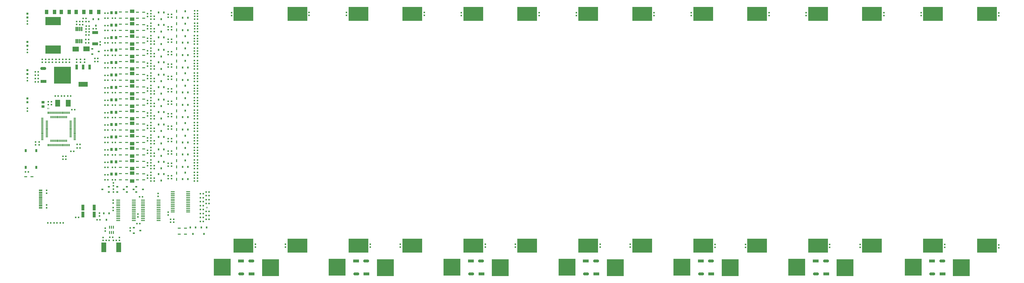
<source format=gtp>
G04*
G04 #@! TF.GenerationSoftware,Altium Limited,Altium Designer,18.1.7 (191)*
G04*
G04 Layer_Color=8421504*
%FSLAX44Y44*%
%MOMM*%
G71*
G01*
G75*
%ADD22R,0.6000X0.6000*%
%ADD23R,0.6000X0.6000*%
%ADD24R,0.4500X1.0000*%
%ADD25R,0.2000X0.6000*%
%ADD26R,1.2000X1.5000*%
%ADD27R,2.0000X1.1000*%
%ADD28R,0.5500X0.8000*%
%ADD29R,0.8000X0.5500*%
%ADD30R,5.4000X2.9000*%
%ADD31R,7.0000X5.0000*%
%ADD32R,1.5000X1.2000*%
%ADD33R,3.2000X1.7000*%
%ADD34R,0.9000X1.7000*%
%ADD35R,0.3500X1.0000*%
%ADD36R,0.3500X1.0000*%
%ADD37R,2.0000X1.0000*%
G04:AMPARAMS|DCode=38|XSize=2mm|YSize=1mm|CornerRadius=0mm|HoleSize=0mm|Usage=FLASHONLY|Rotation=180.000|XOffset=0mm|YOffset=0mm|HoleType=Round|Shape=Octagon|*
%AMOCTAGOND38*
4,1,8,-1.0000,0.2500,-1.0000,-0.2500,-0.7500,-0.5000,0.7500,-0.5000,1.0000,-0.2500,1.0000,0.2500,0.7500,0.5000,-0.7500,0.5000,-1.0000,0.2500,0.0*
%
%ADD38OCTAGOND38*%

%ADD39R,6.0000X6.0000*%
G04:AMPARAMS|DCode=40|XSize=1.47mm|YSize=0.48mm|CornerRadius=0.06mm|HoleSize=0mm|Usage=FLASHONLY|Rotation=90.000|XOffset=0mm|YOffset=0mm|HoleType=Round|Shape=RoundedRectangle|*
%AMROUNDEDRECTD40*
21,1,1.4700,0.3600,0,0,90.0*
21,1,1.3500,0.4800,0,0,90.0*
1,1,0.1200,0.1800,0.6750*
1,1,0.1200,0.1800,-0.6750*
1,1,0.1200,-0.1800,-0.6750*
1,1,0.1200,-0.1800,0.6750*
%
%ADD40ROUNDEDRECTD40*%
%ADD41R,2.2000X1.8000*%
%ADD42R,1.4500X0.3000*%
%ADD43R,0.9300X0.9800*%
%ADD44R,1.0000X0.4500*%
G04:AMPARAMS|DCode=45|XSize=0.3mm|YSize=0.8mm|CornerRadius=0.075mm|HoleSize=0mm|Usage=FLASHONLY|Rotation=0.000|XOffset=0mm|YOffset=0mm|HoleType=Round|Shape=RoundedRectangle|*
%AMROUNDEDRECTD45*
21,1,0.3000,0.6500,0,0,0.0*
21,1,0.1500,0.8000,0,0,0.0*
1,1,0.1500,0.0750,-0.3250*
1,1,0.1500,-0.0750,-0.3250*
1,1,0.1500,-0.0750,0.3250*
1,1,0.1500,0.0750,0.3250*
%
%ADD45ROUNDEDRECTD45*%
G04:AMPARAMS|DCode=46|XSize=0.3mm|YSize=0.8mm|CornerRadius=0.075mm|HoleSize=0mm|Usage=FLASHONLY|Rotation=90.000|XOffset=0mm|YOffset=0mm|HoleType=Round|Shape=RoundedRectangle|*
%AMROUNDEDRECTD46*
21,1,0.3000,0.6500,0,0,90.0*
21,1,0.1500,0.8000,0,0,90.0*
1,1,0.1500,0.3250,0.0750*
1,1,0.1500,0.3250,-0.0750*
1,1,0.1500,-0.3250,-0.0750*
1,1,0.1500,-0.3250,0.0750*
%
%ADD46ROUNDEDRECTD46*%
%ADD47R,0.8000X0.8000*%
%ADD48R,0.7000X1.1000*%
%ADD49R,0.9800X0.9300*%
%ADD50R,1.1500X0.6000*%
%ADD51R,1.1500X0.3000*%
%ADD52R,1.8000X3.4000*%
%ADD53R,1.1000X2.0000*%
%ADD54R,1.7000X2.4000*%
D22*
X688920Y509000D02*
D03*
X699080D02*
D03*
X542080Y987000D02*
D03*
X531920D02*
D03*
X536080Y1103000D02*
D03*
X525920D02*
D03*
X542080Y998000D02*
D03*
X531920D02*
D03*
X479080Y682000D02*
D03*
X468920D02*
D03*
X510080Y1081000D02*
D03*
X499920D02*
D03*
X509080Y1053000D02*
D03*
X498920D02*
D03*
Y1065000D02*
D03*
X509080D02*
D03*
X500920Y1113000D02*
D03*
X511080D02*
D03*
X477920Y1118000D02*
D03*
X488080D02*
D03*
X510080Y1129000D02*
D03*
X499920D02*
D03*
X488080D02*
D03*
X477920D02*
D03*
X500080Y1140000D02*
D03*
X489920D02*
D03*
X592920Y789000D02*
D03*
X603080D02*
D03*
X577080D02*
D03*
X566920D02*
D03*
X592920Y1141000D02*
D03*
X603080D02*
D03*
X577080D02*
D03*
X566920D02*
D03*
X592920Y1097000D02*
D03*
X603080D02*
D03*
X577080D02*
D03*
X566920D02*
D03*
X592920Y1053000D02*
D03*
X603080D02*
D03*
X577080D02*
D03*
X566920D02*
D03*
X592920Y1009000D02*
D03*
X603080D02*
D03*
X577080D02*
D03*
X566920D02*
D03*
X592920Y965000D02*
D03*
X603080D02*
D03*
X577080D02*
D03*
X566920D02*
D03*
X592920Y921000D02*
D03*
X603080D02*
D03*
X577080D02*
D03*
X566920D02*
D03*
X592920Y877000D02*
D03*
X603080D02*
D03*
X577080D02*
D03*
X566920D02*
D03*
X592920Y833000D02*
D03*
X603080D02*
D03*
X577080D02*
D03*
X566920D02*
D03*
X592920Y745000D02*
D03*
X603080D02*
D03*
X577080D02*
D03*
X566920D02*
D03*
X592920Y701000D02*
D03*
X603080D02*
D03*
X577080D02*
D03*
X566920D02*
D03*
X592920Y657000D02*
D03*
X603080D02*
D03*
X577080D02*
D03*
X566920D02*
D03*
X592920Y613000D02*
D03*
X603080D02*
D03*
X577080D02*
D03*
X566920D02*
D03*
X592920Y569000D02*
D03*
X603080D02*
D03*
X577080D02*
D03*
X566920D02*
D03*
Y1158000D02*
D03*
X577080D02*
D03*
X566920Y1114000D02*
D03*
X577080D02*
D03*
X566920Y1070000D02*
D03*
X577080D02*
D03*
X566920Y1026000D02*
D03*
X577080D02*
D03*
X566920Y982000D02*
D03*
X577080D02*
D03*
X566920Y938000D02*
D03*
X577080D02*
D03*
X566920Y894000D02*
D03*
X577080D02*
D03*
X566920Y850000D02*
D03*
X577080D02*
D03*
X566920Y806000D02*
D03*
X577080D02*
D03*
X566920Y763000D02*
D03*
X577080D02*
D03*
X566920Y719000D02*
D03*
X577080D02*
D03*
X566920Y675000D02*
D03*
X577080D02*
D03*
X566920Y631000D02*
D03*
X577080D02*
D03*
X566920Y587000D02*
D03*
X577080D02*
D03*
X321920Y915000D02*
D03*
X332080D02*
D03*
Y939000D02*
D03*
X321920D02*
D03*
X332080Y927000D02*
D03*
X321920D02*
D03*
X463920Y436000D02*
D03*
X474080D02*
D03*
X594080Y366000D02*
D03*
X583920D02*
D03*
X581080Y355000D02*
D03*
X570920D02*
D03*
X398080Y417000D02*
D03*
X387920D02*
D03*
X902920Y464000D02*
D03*
X913080D02*
D03*
X902920Y422000D02*
D03*
X913080D02*
D03*
X923920Y443000D02*
D03*
X934080D02*
D03*
X449840Y817000D02*
D03*
X460000D02*
D03*
X549080Y428000D02*
D03*
X538920D02*
D03*
X376080Y417000D02*
D03*
X365920D02*
D03*
X321920Y951000D02*
D03*
X332080D02*
D03*
X413920Y865000D02*
D03*
X424080D02*
D03*
X446080D02*
D03*
X435920D02*
D03*
X391920Y865000D02*
D03*
X402080D02*
D03*
X286920Y597000D02*
D03*
X297080D02*
D03*
X446920Y670000D02*
D03*
X457080D02*
D03*
X468920Y694000D02*
D03*
X479080D02*
D03*
X420080Y417000D02*
D03*
X409920D02*
D03*
X923920Y526000D02*
D03*
X934080D02*
D03*
X923920Y513000D02*
D03*
X934080D02*
D03*
X902920Y520000D02*
D03*
X913080D02*
D03*
X923920Y499190D02*
D03*
X934080D02*
D03*
X902920Y506000D02*
D03*
X913080D02*
D03*
X902920Y492000D02*
D03*
X913080D02*
D03*
X923920Y485000D02*
D03*
X934080D02*
D03*
X902920Y478000D02*
D03*
X913080D02*
D03*
X902920Y450000D02*
D03*
X913080D02*
D03*
X923920Y457000D02*
D03*
X934080D02*
D03*
X902920Y436000D02*
D03*
X913080D02*
D03*
X923920Y429000D02*
D03*
X934080D02*
D03*
X596920Y355000D02*
D03*
X607080D02*
D03*
X690000Y414000D02*
D03*
X679840D02*
D03*
D23*
X883000Y1136920D02*
D03*
Y1147080D02*
D03*
Y1167080D02*
D03*
Y1156920D02*
D03*
Y1092920D02*
D03*
Y1103080D02*
D03*
Y1123080D02*
D03*
Y1112920D02*
D03*
X882000Y1048920D02*
D03*
Y1059080D02*
D03*
Y1079080D02*
D03*
Y1068920D02*
D03*
X882000Y1004920D02*
D03*
Y1015080D02*
D03*
X882000Y1035080D02*
D03*
Y1024920D02*
D03*
Y960920D02*
D03*
Y971080D02*
D03*
Y991080D02*
D03*
Y980920D02*
D03*
Y916920D02*
D03*
Y927080D02*
D03*
X882000Y947080D02*
D03*
Y936920D02*
D03*
X882000Y872920D02*
D03*
Y883080D02*
D03*
Y903080D02*
D03*
Y892920D02*
D03*
Y828920D02*
D03*
Y839080D02*
D03*
Y859080D02*
D03*
Y848920D02*
D03*
Y784920D02*
D03*
Y795080D02*
D03*
Y815080D02*
D03*
Y804920D02*
D03*
Y740920D02*
D03*
Y751080D02*
D03*
Y771080D02*
D03*
Y760920D02*
D03*
Y696920D02*
D03*
Y707080D02*
D03*
Y727080D02*
D03*
Y716920D02*
D03*
Y652920D02*
D03*
Y663080D02*
D03*
Y683080D02*
D03*
Y672920D02*
D03*
Y584920D02*
D03*
Y595080D02*
D03*
Y608920D02*
D03*
Y619080D02*
D03*
Y564920D02*
D03*
Y575080D02*
D03*
Y639080D02*
D03*
Y628920D02*
D03*
X790000Y455080D02*
D03*
Y444920D02*
D03*
X683000Y448080D02*
D03*
Y437920D02*
D03*
X754000Y510920D02*
D03*
Y521080D02*
D03*
X893000Y872920D02*
D03*
Y883080D02*
D03*
Y916920D02*
D03*
Y927080D02*
D03*
Y960920D02*
D03*
Y971080D02*
D03*
Y1004920D02*
D03*
Y1015080D02*
D03*
Y696920D02*
D03*
Y707080D02*
D03*
Y740920D02*
D03*
Y751080D02*
D03*
Y784920D02*
D03*
Y795080D02*
D03*
Y828920D02*
D03*
Y839080D02*
D03*
Y1048920D02*
D03*
Y1059080D02*
D03*
Y1092920D02*
D03*
Y1103080D02*
D03*
Y1136920D02*
D03*
Y1147080D02*
D03*
Y575080D02*
D03*
Y564920D02*
D03*
Y608920D02*
D03*
Y619080D02*
D03*
Y652840D02*
D03*
Y663000D02*
D03*
X568000Y387920D02*
D03*
Y398080D02*
D03*
X495000Y984920D02*
D03*
Y995080D02*
D03*
X481000Y984920D02*
D03*
Y995080D02*
D03*
X442000Y984920D02*
D03*
Y995080D02*
D03*
X430000Y984920D02*
D03*
Y995080D02*
D03*
X418000Y985000D02*
D03*
Y995160D02*
D03*
X406000Y984920D02*
D03*
Y995080D02*
D03*
X394000Y984920D02*
D03*
Y995080D02*
D03*
X550000Y1046920D02*
D03*
Y1057080D02*
D03*
X729000Y595080D02*
D03*
Y584920D02*
D03*
X717000Y1014920D02*
D03*
Y1025080D02*
D03*
X322000Y692920D02*
D03*
Y703080D02*
D03*
X597000Y525920D02*
D03*
Y536080D02*
D03*
X467000Y995080D02*
D03*
Y984920D02*
D03*
X596000Y497080D02*
D03*
Y486920D02*
D03*
Y460920D02*
D03*
Y471080D02*
D03*
X467000Y1118920D02*
D03*
Y1129080D02*
D03*
X370000Y995080D02*
D03*
Y984920D02*
D03*
X346000Y995080D02*
D03*
Y984920D02*
D03*
X511000Y1102080D02*
D03*
Y1091920D02*
D03*
X500000Y1102080D02*
D03*
Y1091920D02*
D03*
X358000Y984920D02*
D03*
Y995080D02*
D03*
X741000Y575080D02*
D03*
Y564920D02*
D03*
Y619080D02*
D03*
Y608920D02*
D03*
Y663080D02*
D03*
Y652920D02*
D03*
Y707080D02*
D03*
Y696920D02*
D03*
Y751080D02*
D03*
Y740920D02*
D03*
Y795080D02*
D03*
Y784920D02*
D03*
Y839080D02*
D03*
Y828920D02*
D03*
Y883080D02*
D03*
Y872920D02*
D03*
Y927080D02*
D03*
Y916920D02*
D03*
Y971080D02*
D03*
Y960920D02*
D03*
Y1015080D02*
D03*
Y1004920D02*
D03*
Y1059080D02*
D03*
Y1048920D02*
D03*
Y1103080D02*
D03*
Y1092920D02*
D03*
Y1147080D02*
D03*
Y1136920D02*
D03*
X729000Y1092920D02*
D03*
Y1103080D02*
D03*
Y1167080D02*
D03*
Y1156920D02*
D03*
X717000Y1157080D02*
D03*
Y1146920D02*
D03*
X729000Y1136920D02*
D03*
Y1147080D02*
D03*
X893000Y1156920D02*
D03*
Y1167080D02*
D03*
X790000Y1154080D02*
D03*
Y1143920D02*
D03*
X802000D02*
D03*
Y1154080D02*
D03*
X717000Y1113080D02*
D03*
Y1102920D02*
D03*
X729000Y1123080D02*
D03*
Y1112920D02*
D03*
X893000Y1112920D02*
D03*
Y1123080D02*
D03*
X790000Y1110080D02*
D03*
Y1099920D02*
D03*
X802000D02*
D03*
Y1110080D02*
D03*
Y1055920D02*
D03*
Y1066080D02*
D03*
X790000D02*
D03*
Y1055920D02*
D03*
X893000Y1068920D02*
D03*
Y1079080D02*
D03*
X729000Y1048920D02*
D03*
Y1059080D02*
D03*
X717000Y1069080D02*
D03*
Y1058920D02*
D03*
X729000Y1079080D02*
D03*
Y1068920D02*
D03*
X802000Y1011920D02*
D03*
Y1022080D02*
D03*
X790000D02*
D03*
Y1011920D02*
D03*
X893000Y1024920D02*
D03*
Y1035080D02*
D03*
X729000Y1004920D02*
D03*
Y1015080D02*
D03*
Y1035080D02*
D03*
Y1024920D02*
D03*
X802000Y967920D02*
D03*
Y978080D02*
D03*
X790000D02*
D03*
Y967920D02*
D03*
X893000Y980920D02*
D03*
Y991080D02*
D03*
X729000Y960920D02*
D03*
Y971080D02*
D03*
X717000Y981080D02*
D03*
Y970920D02*
D03*
X729000Y991080D02*
D03*
Y980920D02*
D03*
X802000Y924920D02*
D03*
Y935080D02*
D03*
X790000D02*
D03*
Y924920D02*
D03*
X893000Y936920D02*
D03*
Y947080D02*
D03*
X729000Y916920D02*
D03*
Y927080D02*
D03*
X717000Y937080D02*
D03*
Y926920D02*
D03*
X729000Y947080D02*
D03*
Y936920D02*
D03*
X802000Y880920D02*
D03*
Y891080D02*
D03*
X790000D02*
D03*
Y880920D02*
D03*
X893000Y892920D02*
D03*
Y903080D02*
D03*
X729000Y872920D02*
D03*
Y883080D02*
D03*
X717000Y893080D02*
D03*
Y882920D02*
D03*
X729000Y903080D02*
D03*
Y892920D02*
D03*
X802000Y836920D02*
D03*
Y847080D02*
D03*
X790000D02*
D03*
Y836920D02*
D03*
X893000Y848920D02*
D03*
Y859080D02*
D03*
X729000Y828920D02*
D03*
Y839080D02*
D03*
X717000Y849080D02*
D03*
Y838920D02*
D03*
X729000Y859080D02*
D03*
Y848920D02*
D03*
Y815080D02*
D03*
Y804920D02*
D03*
X717000Y805080D02*
D03*
Y794920D02*
D03*
X729000Y784920D02*
D03*
Y795080D02*
D03*
X893000Y804920D02*
D03*
Y815080D02*
D03*
X790000Y803080D02*
D03*
Y792920D02*
D03*
X802000Y792920D02*
D03*
Y803080D02*
D03*
X717000Y761080D02*
D03*
Y750920D02*
D03*
X729000Y740920D02*
D03*
Y751080D02*
D03*
Y771080D02*
D03*
Y760920D02*
D03*
X893000Y760920D02*
D03*
Y771080D02*
D03*
X790000Y759080D02*
D03*
Y748920D02*
D03*
X802000D02*
D03*
Y759080D02*
D03*
X717000Y717080D02*
D03*
Y706920D02*
D03*
X729000Y696920D02*
D03*
Y707080D02*
D03*
Y727080D02*
D03*
Y716920D02*
D03*
X893000D02*
D03*
Y727080D02*
D03*
X790000Y715080D02*
D03*
Y704920D02*
D03*
X802000Y704920D02*
D03*
Y715080D02*
D03*
Y660920D02*
D03*
Y671080D02*
D03*
X790000Y671080D02*
D03*
Y660920D02*
D03*
X893000Y672920D02*
D03*
Y683080D02*
D03*
X729000D02*
D03*
Y672920D02*
D03*
Y652920D02*
D03*
Y663080D02*
D03*
X717000Y673080D02*
D03*
Y662920D02*
D03*
Y629080D02*
D03*
Y618920D02*
D03*
X729000Y608920D02*
D03*
Y619080D02*
D03*
Y639080D02*
D03*
Y628920D02*
D03*
X893000D02*
D03*
Y639080D02*
D03*
X790000Y627080D02*
D03*
Y616920D02*
D03*
X802000Y616920D02*
D03*
Y627080D02*
D03*
X893000Y584920D02*
D03*
Y595080D02*
D03*
X802000Y572920D02*
D03*
Y583080D02*
D03*
X790000Y583080D02*
D03*
Y572920D02*
D03*
X294000Y811920D02*
D03*
Y822080D02*
D03*
X597000Y558080D02*
D03*
Y547920D02*
D03*
X382000Y984920D02*
D03*
Y995080D02*
D03*
X294000Y919920D02*
D03*
Y930080D02*
D03*
Y1019920D02*
D03*
Y1030080D02*
D03*
Y1119920D02*
D03*
Y1130080D02*
D03*
X717000Y574920D02*
D03*
Y585080D02*
D03*
X656000Y399080D02*
D03*
Y388920D02*
D03*
X560000Y365080D02*
D03*
Y354920D02*
D03*
X809000Y429080D02*
D03*
Y418920D02*
D03*
X729000Y575080D02*
D03*
Y564920D02*
D03*
X548000Y440920D02*
D03*
Y451080D02*
D03*
X335000Y703080D02*
D03*
Y692920D02*
D03*
X419000Y641920D02*
D03*
Y652080D02*
D03*
X429000Y641920D02*
D03*
Y652080D02*
D03*
X618000Y354920D02*
D03*
Y365080D02*
D03*
X798000Y429080D02*
D03*
Y418920D02*
D03*
X378000Y834920D02*
D03*
Y845080D02*
D03*
X367000D02*
D03*
Y834920D02*
D03*
X361000Y480080D02*
D03*
Y469920D02*
D03*
Y521920D02*
D03*
Y532080D02*
D03*
X2633000Y1160080D02*
D03*
Y1149920D02*
D03*
X2717000Y340080D02*
D03*
Y329920D02*
D03*
X2097000Y1160080D02*
D03*
Y1149920D02*
D03*
X3717000Y1159080D02*
D03*
Y1148920D02*
D03*
X2013000Y341080D02*
D03*
Y330920D02*
D03*
X3717000Y339080D02*
D03*
Y328920D02*
D03*
X1013000Y1160080D02*
D03*
Y1149920D02*
D03*
X1692000Y1161080D02*
D03*
Y1150920D02*
D03*
X1608000Y341080D02*
D03*
Y330920D02*
D03*
X1097000Y341080D02*
D03*
Y330920D02*
D03*
X2907000Y1160080D02*
D03*
Y1149920D02*
D03*
X2824000Y340080D02*
D03*
Y329920D02*
D03*
X3038000Y1160080D02*
D03*
Y1149920D02*
D03*
X3312000Y1160080D02*
D03*
Y1149920D02*
D03*
X3121000Y340080D02*
D03*
Y329920D02*
D03*
X3228000Y340080D02*
D03*
Y329920D02*
D03*
X3443000Y1160080D02*
D03*
Y1149920D02*
D03*
X3526000Y340080D02*
D03*
Y329920D02*
D03*
X2502000Y1160080D02*
D03*
Y1149920D02*
D03*
X2418000Y341080D02*
D03*
Y330920D02*
D03*
X2228000Y1160080D02*
D03*
Y1149920D02*
D03*
X2312000Y341080D02*
D03*
Y330920D02*
D03*
X1823000Y1160080D02*
D03*
Y1149920D02*
D03*
X1907000Y341080D02*
D03*
Y330920D02*
D03*
X1418000Y1161080D02*
D03*
Y1150920D02*
D03*
X1502000Y341080D02*
D03*
Y330920D02*
D03*
X1286000Y1161080D02*
D03*
Y1150920D02*
D03*
X1203000Y341080D02*
D03*
Y330920D02*
D03*
D24*
X819000Y593000D02*
D03*
Y571000D02*
D03*
Y637000D02*
D03*
Y615000D02*
D03*
Y681000D02*
D03*
Y659000D02*
D03*
Y725000D02*
D03*
Y703000D02*
D03*
Y769000D02*
D03*
Y747000D02*
D03*
Y813000D02*
D03*
Y791000D02*
D03*
Y857000D02*
D03*
Y835000D02*
D03*
Y901000D02*
D03*
Y879000D02*
D03*
Y945000D02*
D03*
Y923000D02*
D03*
Y989000D02*
D03*
Y967000D02*
D03*
Y1033000D02*
D03*
Y1011000D02*
D03*
Y1077000D02*
D03*
Y1055000D02*
D03*
Y1121000D02*
D03*
Y1099000D02*
D03*
Y1165000D02*
D03*
Y1143000D02*
D03*
D25*
X924000Y471000D02*
D03*
X928000D02*
D03*
X365000Y821000D02*
D03*
X369000D02*
D03*
D26*
X361092Y1163000D02*
D03*
X389000D02*
D03*
X517046Y1163000D02*
D03*
X544954D02*
D03*
X465046D02*
D03*
X492954D02*
D03*
X413046D02*
D03*
X440954D02*
D03*
D27*
X532000Y1050000D02*
D03*
Y1090000D02*
D03*
D28*
X535000Y1114500D02*
D03*
X525500Y1137500D02*
D03*
X544500D02*
D03*
X765000Y566500D02*
D03*
X755500Y589500D02*
D03*
X774500D02*
D03*
X765000Y609500D02*
D03*
X755500Y632500D02*
D03*
X774500D02*
D03*
X765000Y653500D02*
D03*
X755500Y676500D02*
D03*
X774500D02*
D03*
X765000Y697500D02*
D03*
X755500Y720500D02*
D03*
X774500D02*
D03*
X765000Y741500D02*
D03*
X755500Y764500D02*
D03*
X774500D02*
D03*
X765000Y785500D02*
D03*
X755500Y808500D02*
D03*
X774500D02*
D03*
X765000Y829500D02*
D03*
X755500Y852500D02*
D03*
X774500D02*
D03*
X765000Y873500D02*
D03*
X755500Y896500D02*
D03*
X774500D02*
D03*
X765000Y917500D02*
D03*
X755500Y940500D02*
D03*
X774500D02*
D03*
X765000Y961500D02*
D03*
X755500Y984500D02*
D03*
X774500D02*
D03*
X765000Y1005500D02*
D03*
X755500Y1028500D02*
D03*
X774500D02*
D03*
X765000Y1049500D02*
D03*
X755500Y1072500D02*
D03*
X774500D02*
D03*
X765000Y1093500D02*
D03*
X755500Y1116500D02*
D03*
X774500D02*
D03*
X765000Y1137500D02*
D03*
X755500Y1160500D02*
D03*
X774500D02*
D03*
X850000Y1165500D02*
D03*
X859500Y1142500D02*
D03*
X840500D02*
D03*
X850000Y1121500D02*
D03*
X859500Y1098500D02*
D03*
X840500D02*
D03*
X850000Y1077500D02*
D03*
X859500Y1054500D02*
D03*
X840500D02*
D03*
X850000Y1033500D02*
D03*
X859500Y1010500D02*
D03*
X840500D02*
D03*
X850000Y989500D02*
D03*
X859500Y966500D02*
D03*
X840500D02*
D03*
X850000Y945500D02*
D03*
X859500Y922500D02*
D03*
X840500D02*
D03*
X850000Y901500D02*
D03*
X859500Y878500D02*
D03*
X840500D02*
D03*
X850000Y857500D02*
D03*
X859500Y834500D02*
D03*
X840500D02*
D03*
X850000Y813500D02*
D03*
X859500Y790500D02*
D03*
X840500D02*
D03*
X850000Y769500D02*
D03*
X859500Y746500D02*
D03*
X840500D02*
D03*
X850000Y724500D02*
D03*
X859500Y701500D02*
D03*
X840500D02*
D03*
X850000Y681500D02*
D03*
X859500Y658500D02*
D03*
X840500D02*
D03*
X850000Y637500D02*
D03*
X859500Y614500D02*
D03*
X840500D02*
D03*
X850000Y594500D02*
D03*
X859500Y571500D02*
D03*
X840500D02*
D03*
X581500Y450500D02*
D03*
X562500D02*
D03*
X572000Y427500D02*
D03*
X925500Y400500D02*
D03*
X906500D02*
D03*
X916000Y377500D02*
D03*
X886500Y400500D02*
D03*
X867500D02*
D03*
X877000Y377500D02*
D03*
D29*
X545000Y1023000D02*
D03*
X522000Y1013500D02*
D03*
Y1032500D02*
D03*
X633500Y535000D02*
D03*
X610500Y525500D02*
D03*
Y544500D02*
D03*
X667500Y535000D02*
D03*
X644500Y525500D02*
D03*
Y544500D02*
D03*
X557500Y535000D02*
D03*
X580500Y544500D02*
D03*
Y525500D02*
D03*
X700500Y535000D02*
D03*
X677500Y525500D02*
D03*
Y544500D02*
D03*
X668500Y399500D02*
D03*
Y380500D02*
D03*
X691500Y390000D02*
D03*
D30*
X384000Y1130000D02*
D03*
Y1030000D02*
D03*
D31*
X3080000Y336000D02*
D03*
X3080000Y1156000D02*
D03*
X3270000D02*
D03*
Y336000D02*
D03*
X2675000D02*
D03*
X2675000Y1156000D02*
D03*
X2865000D02*
D03*
Y336000D02*
D03*
X1055000Y336000D02*
D03*
X1055000Y1156000D02*
D03*
X1245000D02*
D03*
Y336000D02*
D03*
X2270000Y336000D02*
D03*
X2270000Y1156000D02*
D03*
X2460000D02*
D03*
Y336000D02*
D03*
X1865000Y336000D02*
D03*
X1865000Y1156000D02*
D03*
X2055000D02*
D03*
Y336000D02*
D03*
X1460000Y336000D02*
D03*
X1460000Y1156000D02*
D03*
X1650000D02*
D03*
Y336000D02*
D03*
X3485000Y336000D02*
D03*
X3485000Y1156000D02*
D03*
X3675000D02*
D03*
Y336000D02*
D03*
D32*
X663000Y1137046D02*
D03*
Y1164954D02*
D03*
Y1093046D02*
D03*
Y1120954D02*
D03*
Y1049046D02*
D03*
Y1076954D02*
D03*
Y1005046D02*
D03*
Y1032954D02*
D03*
Y961046D02*
D03*
Y988954D02*
D03*
Y917046D02*
D03*
Y944954D02*
D03*
Y873046D02*
D03*
Y900954D02*
D03*
Y829046D02*
D03*
Y856954D02*
D03*
Y785046D02*
D03*
Y812954D02*
D03*
Y741046D02*
D03*
Y768954D02*
D03*
Y697046D02*
D03*
Y724954D02*
D03*
Y653046D02*
D03*
Y680954D02*
D03*
Y609046D02*
D03*
Y636954D02*
D03*
Y565046D02*
D03*
Y592954D02*
D03*
D33*
X490000Y907000D02*
D03*
D34*
X467000Y968000D02*
D03*
X490000D02*
D03*
X513000D02*
D03*
D35*
X583500Y382500D02*
D03*
X590000Y401500D02*
D03*
X583500D02*
D03*
X590000Y382500D02*
D03*
X596500D02*
D03*
D36*
X596500Y401500D02*
D03*
D37*
X350500Y917000D02*
D03*
X1083500Y235998D02*
D03*
X1046500Y281998D02*
D03*
X1488500Y235998D02*
D03*
X1451500Y281998D02*
D03*
X1893500Y235998D02*
D03*
X1856500Y281998D02*
D03*
X2298500Y235998D02*
D03*
X2261500Y281998D02*
D03*
X2703500Y235998D02*
D03*
X2666500Y281998D02*
D03*
X3108500Y235998D02*
D03*
X3071500Y281998D02*
D03*
X3518500Y236000D02*
D03*
X3481500Y282000D02*
D03*
D38*
X349500Y963000D02*
D03*
X1082500Y281998D02*
D03*
X1047500Y235998D02*
D03*
X1487500Y281998D02*
D03*
X1452500Y235998D02*
D03*
X1892500Y281998D02*
D03*
X1857500Y235998D02*
D03*
X2297500Y281998D02*
D03*
X2262500Y235998D02*
D03*
X2702500Y281998D02*
D03*
X2667500Y235998D02*
D03*
X3107500Y281998D02*
D03*
X3072500Y235998D02*
D03*
X3517500Y282000D02*
D03*
X3482500Y236000D02*
D03*
D39*
X417000Y939000D02*
D03*
X1150000Y257998D02*
D03*
X980000Y259998D02*
D03*
X1555000Y257998D02*
D03*
X1385000Y259998D02*
D03*
X1960000Y257998D02*
D03*
X1790000Y259998D02*
D03*
X2365000Y257998D02*
D03*
X2195000Y259998D02*
D03*
X2770000Y257998D02*
D03*
X2600000Y259998D02*
D03*
X3175000Y257998D02*
D03*
X3005000Y259998D02*
D03*
X3585000Y258000D02*
D03*
X3415000Y260000D02*
D03*
D40*
X465250Y1059500D02*
D03*
X471750D02*
D03*
X478250D02*
D03*
X484750D02*
D03*
Y1102500D02*
D03*
X478250D02*
D03*
X471750D02*
D03*
X465250D02*
D03*
D41*
X502000Y1032000D02*
D03*
X464000Y1031000D02*
D03*
D42*
X668500Y470750D02*
D03*
Y464250D02*
D03*
Y457750D02*
D03*
Y451250D02*
D03*
Y444750D02*
D03*
Y438250D02*
D03*
Y425250D02*
D03*
Y431750D02*
D03*
X614000Y431800D02*
D03*
Y425300D02*
D03*
Y438300D02*
D03*
Y444800D02*
D03*
Y451300D02*
D03*
Y457800D02*
D03*
Y464300D02*
D03*
Y470800D02*
D03*
Y477300D02*
D03*
Y483800D02*
D03*
Y490300D02*
D03*
Y496800D02*
D03*
X668500Y496750D02*
D03*
Y490250D02*
D03*
Y483750D02*
D03*
Y477250D02*
D03*
X755500Y470750D02*
D03*
Y464250D02*
D03*
Y457750D02*
D03*
Y451250D02*
D03*
Y444750D02*
D03*
Y438250D02*
D03*
Y425250D02*
D03*
Y431750D02*
D03*
X701000Y431800D02*
D03*
Y425300D02*
D03*
Y438300D02*
D03*
Y444800D02*
D03*
Y451300D02*
D03*
Y457800D02*
D03*
Y464300D02*
D03*
Y470800D02*
D03*
Y477300D02*
D03*
Y483800D02*
D03*
Y490300D02*
D03*
Y496800D02*
D03*
X755500Y496750D02*
D03*
Y490250D02*
D03*
Y483750D02*
D03*
Y477250D02*
D03*
X805500Y481373D02*
D03*
Y487873D02*
D03*
Y494373D02*
D03*
Y500873D02*
D03*
Y507373D02*
D03*
Y513873D02*
D03*
Y526873D02*
D03*
Y520373D02*
D03*
X860000Y520323D02*
D03*
Y526823D02*
D03*
Y513823D02*
D03*
Y507323D02*
D03*
Y500823D02*
D03*
Y494323D02*
D03*
Y487823D02*
D03*
Y481323D02*
D03*
Y474823D02*
D03*
Y468323D02*
D03*
Y461823D02*
D03*
Y455323D02*
D03*
X805500Y455373D02*
D03*
Y461873D02*
D03*
Y468373D02*
D03*
Y474873D02*
D03*
D43*
X605700Y1160000D02*
D03*
X590300D02*
D03*
X605700Y1116000D02*
D03*
X590300D02*
D03*
X605700Y1072000D02*
D03*
X590300D02*
D03*
X605700Y1028000D02*
D03*
X590300D02*
D03*
X605700Y984000D02*
D03*
X590300D02*
D03*
X605700Y940000D02*
D03*
X590300D02*
D03*
X605700Y896000D02*
D03*
X590300D02*
D03*
X605700Y852000D02*
D03*
X590300D02*
D03*
X605700Y808000D02*
D03*
X590300D02*
D03*
X605700Y721000D02*
D03*
X590300D02*
D03*
X605700Y765000D02*
D03*
X590300D02*
D03*
X605700Y677000D02*
D03*
X590300D02*
D03*
X605700Y633000D02*
D03*
X590300D02*
D03*
X605700Y589000D02*
D03*
X590300D02*
D03*
D44*
X681000Y1162000D02*
D03*
X703000D02*
D03*
X703000Y1141000D02*
D03*
X681000D02*
D03*
X643000Y1163000D02*
D03*
X621000D02*
D03*
X621000Y1141000D02*
D03*
X643000D02*
D03*
X681000Y1118000D02*
D03*
X703000D02*
D03*
X703000Y1097000D02*
D03*
X681000D02*
D03*
X643000Y1119000D02*
D03*
X621000D02*
D03*
X621000Y1097000D02*
D03*
X643000D02*
D03*
X681000Y1074000D02*
D03*
X703000D02*
D03*
X703000Y1053000D02*
D03*
X681000D02*
D03*
X643000Y1075000D02*
D03*
X621000D02*
D03*
X621000Y1053000D02*
D03*
X643000D02*
D03*
X681000Y1030000D02*
D03*
X703000D02*
D03*
X703000Y1009000D02*
D03*
X681000D02*
D03*
X643000Y1031000D02*
D03*
X621000D02*
D03*
X621000Y1009000D02*
D03*
X643000D02*
D03*
X621000Y965000D02*
D03*
X643000D02*
D03*
X643000Y987000D02*
D03*
X621000D02*
D03*
X703000Y965000D02*
D03*
X681000D02*
D03*
X681000Y986000D02*
D03*
X703000D02*
D03*
X621000Y921000D02*
D03*
X643000D02*
D03*
X643000Y943000D02*
D03*
X621000D02*
D03*
X703000Y921000D02*
D03*
X681000D02*
D03*
X681000Y942000D02*
D03*
X703000D02*
D03*
X621000Y877000D02*
D03*
X643000D02*
D03*
X643000Y899000D02*
D03*
X621000D02*
D03*
X703000Y877000D02*
D03*
X681000D02*
D03*
X681000Y898000D02*
D03*
X703000D02*
D03*
X681000Y854000D02*
D03*
X703000D02*
D03*
X703000Y833000D02*
D03*
X681000D02*
D03*
X643000Y855000D02*
D03*
X621000D02*
D03*
X621000Y833000D02*
D03*
X643000D02*
D03*
X621000Y789000D02*
D03*
X643000D02*
D03*
X643000Y811000D02*
D03*
X621000D02*
D03*
X703000Y789000D02*
D03*
X681000D02*
D03*
X681000Y810000D02*
D03*
X703000D02*
D03*
X681000Y766000D02*
D03*
X703000D02*
D03*
X703000Y745000D02*
D03*
X681000D02*
D03*
X643000Y767000D02*
D03*
X621000D02*
D03*
X621000Y745000D02*
D03*
X643000D02*
D03*
X621000Y701000D02*
D03*
X643000D02*
D03*
X643000Y723000D02*
D03*
X621000D02*
D03*
X703000Y701000D02*
D03*
X681000D02*
D03*
X681000Y722000D02*
D03*
X703000D02*
D03*
X621000Y657000D02*
D03*
X643000D02*
D03*
X643000Y679000D02*
D03*
X621000D02*
D03*
X703000Y657000D02*
D03*
X681000D02*
D03*
X681000Y678000D02*
D03*
X703000D02*
D03*
X681000Y634000D02*
D03*
X703000D02*
D03*
X703000Y613000D02*
D03*
X681000D02*
D03*
X643000Y635000D02*
D03*
X621000D02*
D03*
X621000Y613000D02*
D03*
X643000D02*
D03*
X621000Y591000D02*
D03*
X643000D02*
D03*
X681000Y569000D02*
D03*
X703000D02*
D03*
X643000Y569000D02*
D03*
X621000D02*
D03*
X703000Y590000D02*
D03*
X681000D02*
D03*
X288000Y580000D02*
D03*
X310000D02*
D03*
X851000Y398000D02*
D03*
X829000D02*
D03*
X851000Y377000D02*
D03*
X829000D02*
D03*
D45*
X431000Y691750D02*
D03*
X436000D02*
D03*
X426000D02*
D03*
X441000D02*
D03*
X416000D02*
D03*
X421000D02*
D03*
X406000D02*
D03*
X411000D02*
D03*
X391000D02*
D03*
X401000D02*
D03*
X396000D02*
D03*
X371000D02*
D03*
X376000D02*
D03*
X366000D02*
D03*
X386000D02*
D03*
X381000D02*
D03*
X441000Y806170D02*
D03*
X436000D02*
D03*
X431000D02*
D03*
X426000D02*
D03*
X406000D02*
D03*
X411000D02*
D03*
X401000D02*
D03*
X421000D02*
D03*
X416000D02*
D03*
X396000D02*
D03*
X391000D02*
D03*
X386000D02*
D03*
X371000D02*
D03*
X366000D02*
D03*
X381000D02*
D03*
X376000D02*
D03*
X431500Y790750D02*
D03*
X426500Y790750D02*
D03*
X421500Y790750D02*
D03*
X416500Y790750D02*
D03*
X411500D02*
D03*
X406500D02*
D03*
X401500D02*
D03*
X396500D02*
D03*
X391500Y790750D02*
D03*
X386500Y790750D02*
D03*
X381500D02*
D03*
X376500D02*
D03*
X431500Y707250D02*
D03*
X426500D02*
D03*
X421500D02*
D03*
X416500D02*
D03*
X411500D02*
D03*
X406500D02*
D03*
X401500D02*
D03*
X396500D02*
D03*
X391500D02*
D03*
X386500D02*
D03*
X381500D02*
D03*
X376500D02*
D03*
D46*
X460500Y711250D02*
D03*
Y721250D02*
D03*
Y726250D02*
D03*
Y716250D02*
D03*
Y736250D02*
D03*
Y731250D02*
D03*
Y741250D02*
D03*
Y746250D02*
D03*
Y751250D02*
D03*
X346500Y736250D02*
D03*
Y741250D02*
D03*
Y731250D02*
D03*
Y751250D02*
D03*
Y746250D02*
D03*
Y716250D02*
D03*
Y711250D02*
D03*
Y726250D02*
D03*
Y721250D02*
D03*
X460500Y761250D02*
D03*
Y766250D02*
D03*
Y756250D02*
D03*
Y786250D02*
D03*
Y771250D02*
D03*
Y776250D02*
D03*
Y781250D02*
D03*
X346500Y761250D02*
D03*
Y766250D02*
D03*
Y756250D02*
D03*
Y776250D02*
D03*
Y781250D02*
D03*
Y771250D02*
D03*
Y786250D02*
D03*
X362250Y776500D02*
D03*
Y771500D02*
D03*
Y766500D02*
D03*
Y761500D02*
D03*
Y756500D02*
D03*
Y751500D02*
D03*
Y746500D02*
D03*
Y741500D02*
D03*
Y736500D02*
D03*
Y731500D02*
D03*
Y726500D02*
D03*
Y721500D02*
D03*
X445750Y776500D02*
D03*
Y771500D02*
D03*
Y766500D02*
D03*
Y761500D02*
D03*
Y756500D02*
D03*
Y751500D02*
D03*
Y746500D02*
D03*
Y741500D02*
D03*
Y736500D02*
D03*
Y731500D02*
D03*
Y726500D02*
D03*
Y721500D02*
D03*
D47*
X294000Y857000D02*
D03*
Y843000D02*
D03*
Y943000D02*
D03*
Y957000D02*
D03*
Y1043000D02*
D03*
Y1057000D02*
D03*
Y1143000D02*
D03*
Y1157000D02*
D03*
D48*
X287500Y672500D02*
D03*
Y613500D02*
D03*
X324500D02*
D03*
Y672500D02*
D03*
D49*
X349000Y843700D02*
D03*
Y828300D02*
D03*
D50*
X340160Y532000D02*
D03*
Y524500D02*
D03*
X340190Y477500D02*
D03*
X340160Y470000D02*
D03*
D51*
Y518500D02*
D03*
Y513500D02*
D03*
Y508500D02*
D03*
Y503500D02*
D03*
X340190Y498500D02*
D03*
X340160Y493500D02*
D03*
Y488500D02*
D03*
Y483500D02*
D03*
D52*
X615000Y330000D02*
D03*
X563000D02*
D03*
D53*
X529000Y446000D02*
D03*
X489000D02*
D03*
X529000Y471000D02*
D03*
X489000D02*
D03*
D54*
X437500Y840123D02*
D03*
X400500D02*
D03*
M02*

</source>
